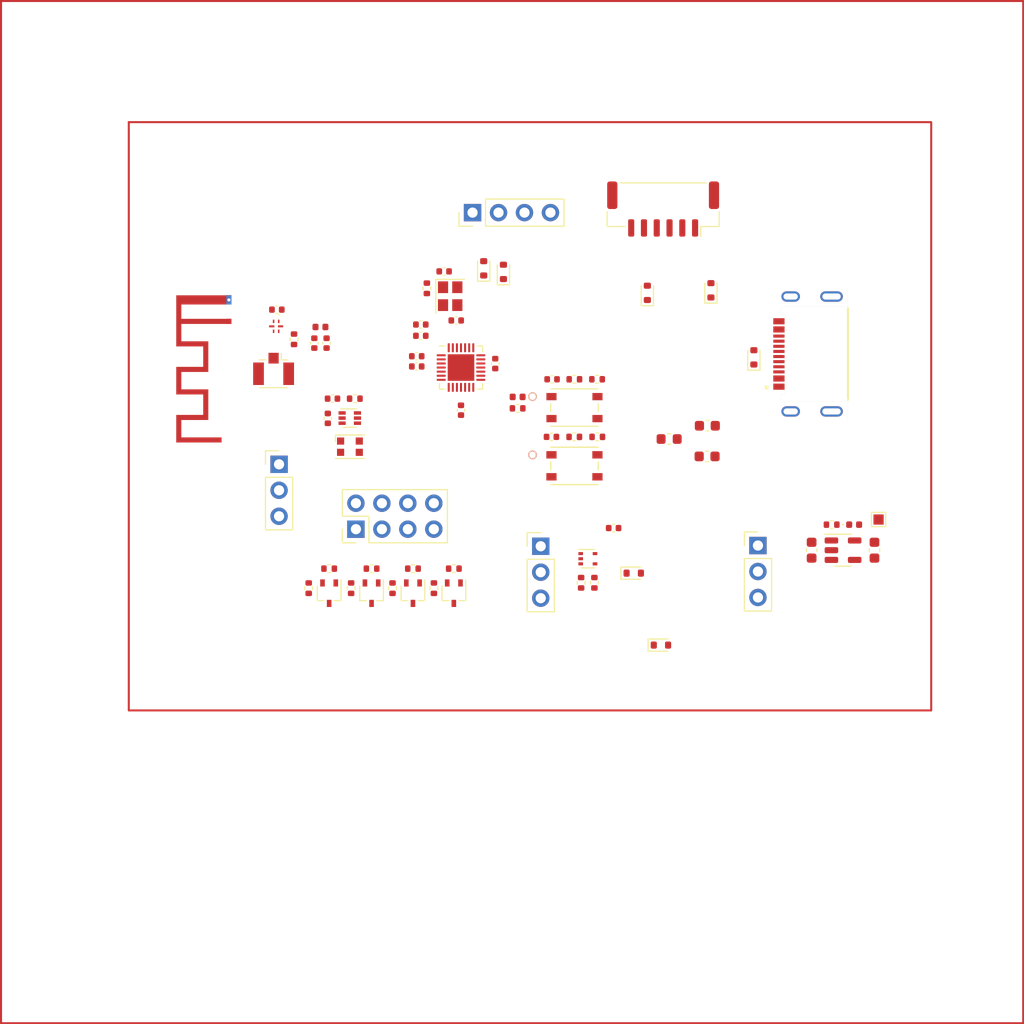
<source format=kicad_pcb>
(kicad_pcb (version 20221018) (generator pcbnew)
  (layers (0 "F.Cu" signal) (31 "B.Cu" signal) (34 "B.Paste" user) (35 "F.Paste" user) (36 "B.SilkS" user "B.Silkscreen") (37 "F.SilkS" user "F.Silkscreen") (38 "B.Mask" user) (39 "F.Mask" user) (44 "Edge.Cuts" user))
  (net 0 "")
  (net 1 "VDD")
  (net 2 "GND")
  (net 3 "/nRST")
  (net 4 "+3V3")
  (net 5 "Net-(C9-Pad2)")
  (net 6 "/XOUT")
  (net 7 "/LNA")
  (net 8 "Net-(U4-RFC)")
  (net 9 "+5V")
  (net 10 "/BOOT")
  (net 11 "/UART0_TX_IO")
  (net 12 "Net-(D2-K)")
  (net 13 "/UART0_RX_IO")
  (net 14 "Net-(D4-DOUT)")
  (net 15 "/Interfaces/NEOPIXEL")
  (net 16 "/UART1_RX_TELEM")
  (net 17 "/UART1_TX_TELEM")
  (net 18 "/Interfaces/SBUS_IN")
  (net 19 "Net-(D8-K)")
  (net 20 "/LED_STATUS")
  (net 21 "Net-(D9-K)")
  (net 22 "Net-(D10-A)")
  (net 25 "/LNA_PCB")
  (net 26 "/LNA_IPEX")
  (net 29 "/USB_DN")
  (net 30 "/USB_DP")
  (net 34 "/MOTOR1")
  (net 35 "/MOTOR2")
  (net 36 "/MOTOR3")
  (net 37 "/MOTOR4")
  (net 38 "Net-(Q1-G)")
  (net 39 "/Drive Circuitry/MOTOR1_LOW")
  (net 40 "Net-(Q2-G)")
  (net 41 "/Drive Circuitry/MOTOR2_LOW")
  (net 42 "Net-(Q3-G)")
  (net 43 "/Drive Circuitry/MOTOR3_LOW")
  (net 44 "Net-(Q4-G)")
  (net 45 "/Drive Circuitry/MOTOR4_LOW")
  (net 46 "Net-(U1-DIR)")
  (net 47 "Net-(R2-Pad2)")
  (net 48 "/XIN")
  (net 49 "Net-(R13-Pad1)")
  (net 50 "/SBUS")
  (net 51 "/RF_SW")
  (net 52 "/NEOPIXEL_3V3")
  (footprint "Capacitor_SMD:C_0402_1005Metric" (layer "F.Cu") (at 92.4 72.32 -90)
    (fp_text reference "C12" hide)
    (fp_text value "3p3")
    (pad "1" smd roundrect (at -0.48 0 270) (size 0.56 0.62) (layers "F.Cu" "F.Paste" "F.Mask") (net 7 "/LNA"))
    (pad "2" smd roundrect (at 0.48 0 270) (size 0.56 0.62) (layers "F.Cu" "F.Paste" "F.Mask") (net 2 "GND"))
  )
  (footprint "Capacitor_SMD:C_0402_1005Metric" (layer "F.Cu") (at 92.52 79.68 90)
    (fp_text reference "C16" hide)
    (fp_text value "0u1")
    (pad "1" smd roundrect (at -0.48 0 90) (size 0.56 0.62) (layers "F.Cu" "F.Paste" "F.Mask") (net 2 "GND"))
    (pad "2" smd roundrect (at 0.48 0 90) (size 0.56 0.62) (layers "F.Cu" "F.Paste" "F.Mask") (net 1 "VDD"))
  )
  (footprint "Skyworks:IC_SKY13453-385LF" (layer "F.Cu") (at 87.465 70.675 -90)
    (fp_text reference "U4" hide)
    (fp_text value "SKY13453-385LF")
    (pad "1" smd rect (at -0.485 -0.25 270) (size 0.33 0.15) (layers "F.Cu" "F.Paste" "F.Mask") (net 4 "+3V3"))
    (pad "2" smd rect (at -0.485 0.25 270) (size 0.33 0.15) (layers "F.Cu" "F.Paste" "F.Mask") (net 25 "/LNA_PCB"))
    (pad "3" smd rect (at 0 0.43 270) (size 0.2 0.51) (layers "F.Cu" "F.Paste" "F.Mask") (net 2 "GND"))
    (pad "4" smd rect (at 0.485 0.25 270) (size 0.33 0.15) (layers "F.Cu" "F.Paste" "F.Mask") (net 26 "/LNA_IPEX"))
    (pad "5" smd rect (at 0.485 -0.25 270) (size 0.33 0.15) (layers "F.Cu" "F.Paste" "F.Mask") (net 51 "/RF_SW"))
    (pad "6" smd rect (at 0 -0.43 270) (size 0.2 0.51) (layers "F.Cu" "F.Paste" "F.Mask") (net 8 "Net-(U4-RFC)"))
  )
  (footprint "Package_TO_SOT_SMD:SOT-563" (layer "F.Cu") (at 94.67 79.65)
    (fp_text reference "U1" hide)
    (fp_text value "SN74LVC1T45DRL")
    (pad "1" smd rect (at -0.75 -0.5) (size 0.7 0.34) (layers "F.Cu" "F.Paste" "F.Mask") (net 1 "VDD"))
    (pad "2" smd rect (at -0.75 0) (size 0.7 0.34) (layers "F.Cu" "F.Paste" "F.Mask") (net 2 "GND"))
    (pad "3" smd rect (at -0.75 0.5) (size 0.7 0.34) (layers "F.Cu" "F.Paste" "F.Mask") (net 15 "/Interfaces/NEOPIXEL"))
    (pad "4" smd rect (at 0.75 0.5) (size 0.7 0.34) (layers "F.Cu" "F.Paste" "F.Mask") (net 52 "/NEOPIXEL_3V3"))
    (pad "5" smd rect (at 0.75 0) (size 0.7 0.34) (layers "F.Cu" "F.Paste" "F.Mask") (net 46 "Net-(U1-DIR)"))
    (pad "6" smd rect (at 0.75 -0.5) (size 0.7 0.34) (layers "F.Cu" "F.Paste" "F.Mask") (net 4 "+3V3"))
  )
  (footprint "Resistor_SMD:R_0402_1005Metric" (layer "F.Cu") (at 98.85 96.29 -90)
    (fp_text reference "R16" hide)
    (fp_text value "10K")
    (pad "1" smd roundrect (at -0.51 0 270) (size 0.54 0.64) (layers "F.Cu" "F.Paste" "F.Mask") (net 42 "Net-(Q3-G)"))
    (pad "2" smd roundrect (at 0.51 0 270) (size 0.54 0.64) (layers "F.Cu" "F.Paste" "F.Mask") (net 2 "GND"))
  )
  (footprint "Diode_SMD:D_SOD-523" (layer "F.Cu") (at 109.7 65.35 90)
    (fp_text reference "D1" hide)
    (fp_text value "PESD3V3S1UB,115")
    (pad "1" smd roundrect (at -0.7 0 270) (size 0.6 0.7) (layers "F.Cu" "F.Paste" "F.Mask") (net 11 "/UART0_TX_IO"))
    (pad "2" smd roundrect (at 0.7 0 270) (size 0.6 0.7) (layers "F.Cu" "F.Paste" "F.Mask") (net 2 "GND"))
  )
  (footprint "Capacitor_SMD:C_0402_1005Metric" (layer "F.Cu") (at 108.9 74.32 90)
    (fp_text reference "C6" hide)
    (fp_text value "0u1")
    (pad "1" smd roundrect (at -0.48 0 90) (size 0.56 0.62) (layers "F.Cu" "F.Paste" "F.Mask") (net 4 "+3V3"))
    (pad "2" smd roundrect (at 0.48 0 90) (size 0.56 0.62) (layers "F.Cu" "F.Paste" "F.Mask") (net 2 "GND"))
  )
  (footprint "TestPoint:TestPoint_Pad_1.0x1.0mm" (layer "F.Cu") (at 146.4 89.575)
    (fp_text reference "TP1" hide)
    (fp_text value "3V3")
    (pad "1" smd rect (at 0 0) (size 1 1) (layers "F.Cu" "F.Mask") (net 4 "+3V3"))
  )
  (footprint "Capacitor_SMD:C_0402_1005Metric" (layer "F.Cu") (at 91.2 72.32 -90)
    (fp_text reference "C13" hide)
    (fp_text value "3p3")
    (pad "1" smd roundrect (at -0.48 0 270) (size 0.56 0.62) (layers "F.Cu" "F.Paste" "F.Mask") (net 8 "Net-(U4-RFC)"))
    (pad "2" smd roundrect (at 0.48 0 270) (size 0.56 0.62) (layers "F.Cu" "F.Paste" "F.Mask") (net 2 "GND"))
  )
  (footprint "Resistor_SMD:R_0402_1005Metric" (layer "F.Cu") (at 100.85 94.38 180)
    (fp_text reference "R15" hide)
    (fp_text value "100")
    (pad "1" smd roundrect (at -0.51 0 180) (size 0.54 0.64) (layers "F.Cu" "F.Paste" "F.Mask") (net 36 "/MOTOR3"))
    (pad "2" smd roundrect (at 0.51 0 180) (size 0.54 0.64) (layers "F.Cu" "F.Paste" "F.Mask") (net 42 "Net-(Q3-G)"))
  )
  (footprint "PTS815:PTS815 SJM 250 SMTR LFS" (layer "F.Cu") (at 116.649999 84.325001)
    (fp_text reference "SW1" hide)
    (fp_text value "SW_Push" hide)
    (pad "1" smd rect (at -2.250001 -1.074999) (size 0.9906 0.7112) (layers "F.Cu" "F.Paste" "F.Mask") (net 2 "GND"))
    (pad "2" smd rect (at 2.250001 -1.074999) (size 0.9906 0.7112) (layers "F.Cu" "F.Paste" "F.Mask") (net 47 "Net-(R2-Pad2)"))
    (pad "3" smd rect (at -2.250001 1.074999) (size 0.9906 0.7112) (layers "F.Cu" "F.Paste" "F.Mask"))
    (pad "4" smd rect (at 2.250001 1.074999) (size 0.9906 0.7112) (layers "F.Cu" "F.Paste" "F.Mask"))
  )
  (footprint "LED_SMD:LED_0402_1005Metric" (layer "F.Cu") (at 144.01 90.075)
    (fp_text reference "D2" hide)
    (fp_text value "GREEN")
    (pad "1" smd roundrect (at -0.485 0) (size 0.59 0.64) (layers "F.Cu" "F.Paste" "F.Mask") (net 12 "Net-(D2-K)"))
    (pad "2" smd roundrect (at 0.485 0) (size 0.59 0.64) (layers "F.Cu" "F.Paste" "F.Mask") (net 4 "+3V3"))
  )
  (footprint "PTS815:PTS815 SJM 250 SMTR LFS" (layer "F.Cu") (at 116.649999 78.625001)
    (fp_text reference "SW2" hide)
    (fp_text value "SW_Push" hide)
    (pad "1" smd rect (at -2.250001 -1.074999) (size 0.9906 0.7112) (layers "F.Cu" "F.Paste" "F.Mask") (net 2 "GND"))
    (pad "2" smd rect (at 2.250001 -1.074999) (size 0.9906 0.7112) (layers "F.Cu" "F.Paste" "F.Mask") (net 49 "Net-(R13-Pad1)"))
    (pad "3" smd rect (at -2.250001 1.074999) (size 0.9906 0.7112) (layers "F.Cu" "F.Paste" "F.Mask"))
    (pad "4" smd rect (at 2.250001 1.074999) (size 0.9906 0.7112) (layers "F.Cu" "F.Paste" "F.Mask"))
  )
  (footprint "Connector_PinHeader_2.54mm:PinHeader_1x04_P2.54mm_Vertical" (layer "F.Cu") (at 106.68 59.55 90)
    (fp_text reference "J1" hide)
    (fp_text value "IO")
    (pad "1" thru_hole rect (at 0 0 90) (size 1.7 1.7) (drill 1) (layers "*.Cu" "*.Mask") (net 4 "+3V3"))
    (pad "2" thru_hole oval (at 0 2.54 90) (size 1.7 1.7) (drill 1) (layers "*.Cu" "*.Mask") (net 13 "/UART0_RX_IO"))
    (pad "3" thru_hole oval (at 0 5.08 90) (size 1.7 1.7) (drill 1) (layers "*.Cu" "*.Mask") (net 11 "/UART0_TX_IO"))
    (pad "4" thru_hole oval (at 0 7.62 90) (size 1.7 1.7) (drill 1) (layers "*.Cu" "*.Mask") (net 2 "GND"))
  )
  (footprint "Diode_SMD:D_SOD-523" (layer "F.Cu") (at 122.45 94.82)
    (fp_text reference "D9" hide)
    (fp_text value "D_Small")
    (pad "1" smd roundrect (at -0.7 0 180) (size 0.6 0.7) (layers "F.Cu" "F.Paste" "F.Mask") (net 21 "Net-(D9-K)"))
    (pad "2" smd roundrect (at 0.7 0 180) (size 0.6 0.7) (layers "F.Cu" "F.Paste" "F.Mask") (net 9 "+5V"))
  )
  (footprint "Connector_PinHeader_2.54mm:PinHeader_1x03_P2.54mm_Vertical" (layer "F.Cu") (at 134.6 92.12)
    (fp_text reference "J3" hide)
    (fp_text value "PWR")
    (pad "1" thru_hole rect (at 0 0) (size 1.7 1.7) (drill 1) (layers "*.Cu" "*.Mask") (net 9 "+5V"))
    (pad "2" thru_hole oval (at 0 2.54) (size 1.7 1.7) (drill 1) (layers "*.Cu" "*.Mask") (net 2 "GND"))
    (pad "3" thru_hole oval (at 0 5.08) (size 1.7 1.7) (drill 1) (layers "*.Cu" "*.Mask") (net 4 "+3V3"))
  )
  (footprint "Package_TO_SOT_SMD:SOT-323_SC-70" (layer "F.Cu") (at 92.65 96.78 -90)
    (fp_text reference "Q1" hide)
    (fp_text value "CJ2302")
    (pad "1" smd rect (at -1 -0.65 180) (size 0.45 0.7) (layers "F.Cu" "F.Paste" "F.Mask") (net 2 "GND"))
    (pad "2" smd rect (at -1 0.65 180) (size 0.45 0.7) (layers "F.Cu" "F.Paste" "F.Mask") (net 38 "Net-(Q1-G)"))
    (pad "3" smd rect (at 1 0 180) (size 0.45 0.7) (layers "F.Cu" "F.Paste" "F.Mask") (net 39 "/Drive Circuitry/MOTOR1_LOW"))
  )
  (footprint "Connector_PinHeader_2.54mm:PinHeader_1x03_P2.54mm_Vertical" (layer "F.Cu") (at 87.75 84.175)
    (fp_text reference "J2" hide)
    (fp_text value "LED")
    (pad "1" thru_hole rect (at 0 0) (size 1.7 1.7) (drill 1) (layers "*.Cu" "*.Mask") (net 14 "Net-(D4-DOUT)"))
    (pad "2" thru_hole oval (at 0 2.54) (size 1.7 1.7) (drill 1) (layers "*.Cu" "*.Mask") (net 4 "+3V3"))
    (pad "3" thru_hole oval (at 0 5.08) (size 1.7 1.7) (drill 1) (layers "*.Cu" "*.Mask") (net 2 "GND"))
  )
  (footprint "Resistor_SMD:R_0402_1005Metric" (layer "F.Cu") (at 89.215 71.94 90)
    (fp_text reference "R11" hide)
    (fp_text value "10K")
    (pad "1" smd roundrect (at -0.51 0 90) (size 0.54 0.64) (layers "F.Cu" "F.Paste" "F.Mask") (net 4 "+3V3"))
    (pad "2" smd roundrect (at 0.51 0 90) (size 0.54 0.64) (layers "F.Cu" "F.Paste" "F.Mask") (net 51 "/RF_SW"))
  )
  (footprint "Resistor_SMD:R_0402_1005Metric" (layer "F.Cu") (at 116.630599 81.489901 180)
    (fp_text reference "R4" hide)
    (fp_text value "10K")
    (pad "1" smd roundrect (at -0.51 0 180) (size 0.54 0.64) (layers "F.Cu" "F.Paste" "F.Mask") (net 47 "Net-(R2-Pad2)"))
    (pad "2" smd roundrect (at 0.51 0 180) (size 0.54 0.64) (layers "F.Cu" "F.Paste" "F.Mask") (net 3 "/nRST"))
  )
  (footprint "Resistor_SMD:R_0402_1005Metric" (layer "F.Cu") (at 116.639999 75.855001)
    (fp_text reference "R7" hide)
    (fp_text value "10K")
    (pad "1" smd roundrect (at -0.51 0) (size 0.54 0.64) (layers "F.Cu" "F.Paste" "F.Mask") (net 4 "+3V3"))
    (pad "2" smd roundrect (at 0.51 0) (size 0.54 0.64) (layers "F.Cu" "F.Paste" "F.Mask") (net 49 "Net-(R13-Pad1)"))
  )
  (footprint "Package_TO_SOT_SMD:SOT-553" (layer "F.Cu") (at 117.96 93.41)
    (fp_text reference "U5" hide)
    (fp_text value "SN74LVC1G14DRL")
    (pad "1" smd rect (at -0.7 -0.5) (size 0.45 0.3) (layers "F.Cu" "F.Paste" "F.Mask"))
    (pad "2" smd rect (at -0.7 0) (size 0.45 0.3) (layers "F.Cu" "F.Paste" "F.Mask") (net 18 "/Interfaces/SBUS_IN"))
    (pad "3" smd rect (at -0.7 0.5) (size 0.45 0.3) (layers "F.Cu" "F.Paste" "F.Mask") (net 2 "GND"))
    (pad "4" smd rect (at 0.7 0.5) (size 0.45 0.3) (layers "F.Cu" "F.Paste" "F.Mask") (net 50 "/SBUS"))
    (pad "5" smd rect (at 0.7 -0.5) (size 0.45 0.3) (layers "F.Cu" "F.Paste" "F.Mask") (net 4 "+3V3"))
  )
  (footprint "Resistor_SMD:R_0402_1005Metric" (layer "F.Cu") (at 92.65 94.38 180)
    (fp_text reference "R3" hide)
    (fp_text value "100")
    (pad "1" smd roundrect (at -0.51 0 180) (size 0.54 0.64) (layers "F.Cu" "F.Paste" "F.Mask") (net 34 "/MOTOR1"))
    (pad "2" smd roundrect (at 0.51 0 180) (size 0.54 0.64) (layers "F.Cu" "F.Paste" "F.Mask") (net 38 "Net-(Q1-G)"))
  )
  (footprint "Capacitor_SMD:C_0402_1005Metric" (layer "F.Cu") (at 101.62 71.6 180)
    (fp_text reference "C8" hide)
    (fp_text value "1u")
    (pad "1" smd roundrect (at -0.48 0 180) (size 0.56 0.62) (layers "F.Cu" "F.Paste" "F.Mask") (net 4 "+3V3"))
    (pad "2" smd roundrect (at 0.48 0 180) (size 0.56 0.62) (layers "F.Cu" "F.Paste" "F.Mask") (net 2 "GND"))
  )
  (footprint "Capacitor_SMD:C_0603_1608Metric" (layer "F.Cu") (at 139.85 92.575 -90)
    (fp_text reference "C1" hide)
    (fp_text value "0u1")
    (pad "1" smd roundrect (at -0.775 0 270) (size 0.9 0.95) (layers "F.Cu" "F.Paste" "F.Mask") (net 1 "VDD"))
    (pad "2" smd roundrect (at 0.775 0 270) (size 0.9 0.95) (layers "F.Cu" "F.Paste" "F.Mask") (net 2 "GND"))
  )
  (footprint "Capacitor_SMD:C_0402_1005Metric" (layer "F.Cu") (at 101.22 74.6 180)
    (fp_text reference "C4" hide)
    (fp_text value "0u1")
    (pad "1" smd roundrect (at -0.48 0 180) (size 0.56 0.62) (layers "F.Cu" "F.Paste" "F.Mask") (net 4 "+3V3"))
    (pad "2" smd roundrect (at 0.48 0 180) (size 0.56 0.62) (layers "F.Cu" "F.Paste" "F.Mask") (net 2 "GND"))
  )
  (footprint "Connector_PinHeader_2.54mm:PinHeader_2x04_P2.54mm_Vertical" (layer "F.Cu") (at 95.27 90.52 90)
    (fp_text reference "J13" hide)
    (fp_text value "Conn_02x04_Odd_Even")
    (pad "1" thru_hole rect (at 0 0 90) (size 1.7 1.7) (drill 1) (layers "*.Cu" "*.Mask") (net 34 "/MOTOR1"))
    (pad "2" thru_hole oval (at 2.54 0 90) (size 1.7 1.7) (drill 1) (layers "*.Cu" "*.Mask") (net 2 "GND"))
    (pad "3" thru_hole oval (at 0 2.54 90) (size 1.7 1.7) (drill 1) (layers "*.Cu" "*.Mask") (net 35 "/MOTOR2"))
    (pad "4" thru_hole oval (at 2.54 2.54 90) (size 1.7 1.7) (drill 1) (layers "*.Cu" "*.Mask") (net 2 "GND"))
    (pad "5" thru_hole oval (at 0 5.08 90) (size 1.7 1.7) (drill 1) (layers "*.Cu" "*.Mask") (net 36 "/MOTOR3"))
    (pad "6" thru_hole oval (at 2.54 5.08 90) (size 1.7 1.7) (drill 1) (layers "*.Cu" "*.Mask") (net 2 "GND"))
    (pad "7" thru_hole oval (at 0 7.62 90) (size 1.7 1.7) (drill 1) (layers "*.Cu" "*.Mask") (net 37 "/MOTOR4"))
    (pad "8" thru_hole oval (at 2.54 7.62 90) (size 1.7 1.7) (drill 1) (layers "*.Cu" "*.Mask") (net 2 "GND"))
  )
  (footprint "Inductor_SMD:L_0603_1608Metric" (layer "F.Cu") (at 125.9125 81.7)
    (fp_text reference "L2" hide)
    (fp_text value "1u")
    (pad "1" smd roundrect (at -0.7875 0) (size 0.875 0.95) (layers "F.Cu" "F.Paste" "F.Mask") (net 9 "+5V"))
    (pad "2" smd roundrect (at 0.7875 0) (size 0.875 0.95) (layers "F.Cu" "F.Paste" "F.Mask") (net 1 "VDD"))
  )
  (footprint "Resistor_SMD:R_0402_1005Metric" (layer "F.Cu") (at 118.859999 75.855001 180)
    (fp_text reference "R13" hide)
    (fp_text value "10K")
    (pad "1" smd roundrect (at -0.51 0 180) (size 0.54 0.64) (layers "F.Cu" "F.Paste" "F.Mask") (net 49 "Net-(R13-Pad1)"))
    (pad "2" smd roundrect (at 0.51 0 180) (size 0.54 0.64) (layers "F.Cu" "F.Paste" "F.Mask") (net 10 "/BOOT"))
  )
  (footprint "Capacitor_SMD:C_0402_1005Metric" (layer "F.Cu") (at 103.9 65.3 180)
    (fp_text reference "C9" hide)
    (fp_text value "10p")
    (pad "1" smd roundrect (at -0.48 0 180) (size 0.56 0.62) (layers "F.Cu" "F.Paste" "F.Mask") (net 2 "GND"))
    (pad "2" smd roundrect (at 0.48 0 180) (size 0.56 0.62) (layers "F.Cu" "F.Paste" "F.Mask") (net 5 "Net-(C9-Pad2)"))
  )
  (footprint "Resistor_SMD:R_0402_1005Metric" (layer "F.Cu") (at 118.6 95.76 -90)
    (fp_text reference "R10" hide)
    (fp_text value "100K")
    (pad "1" smd roundrect (at -0.51 0 270) (size 0.54 0.64) (layers "F.Cu" "F.Paste" "F.Mask") (net 50 "/SBUS"))
    (pad "2" smd roundrect (at 0.51 0 270) (size 0.54 0.64) (layers "F.Cu" "F.Paste" "F.Mask") (net 2 "GND"))
  )
  (footprint "Capacitor_SMD:C_0402_1005Metric" (layer "F.Cu") (at 120.48 90.41)
    (fp_text reference "C17" hide)
    (fp_text value "0u1")
    (pad "1" smd roundrect (at -0.48 0) (size 0.56 0.62) (layers "F.Cu" "F.Paste" "F.Mask") (net 4 "+3V3"))
    (pad "2" smd roundrect (at 0.48 0) (size 0.56 0.62) (layers "F.Cu" "F.Paste" "F.Mask") (net 2 "GND"))
  )
  (footprint "Capacitor_SMD:C_0402_1005Metric" (layer "F.Cu") (at 114.400599 81.489901 180)
    (fp_text reference "C2" hide)
    (fp_text value "0u1")
    (pad "1" smd roundrect (at -0.48 0 180) (size 0.56 0.62) (layers "F.Cu" "F.Paste" "F.Mask") (net 3 "/nRST"))
    (pad "2" smd roundrect (at 0.48 0 180) (size 0.56 0.62) (layers "F.Cu" "F.Paste" "F.Mask") (net 2 "GND"))
  )
  (footprint "Package_TO_SOT_SMD:SOT-323_SC-70" (layer "F.Cu") (at 96.8 96.78 -90)
    (fp_text reference "Q2" hide)
    (fp_text value "CJ2302")
    (pad "1" smd rect (at -1 -0.65 180) (size 0.45 0.7) (layers "F.Cu" "F.Paste" "F.Mask") (net 2 "GND"))
    (pad "2" smd rect (at -1 0.65 180) (size 0.45 0.7) (layers "F.Cu" "F.Paste" "F.Mask") (net 40 "Net-(Q2-G)"))
    (pad "3" smd rect (at 1 0 180) (size 0.45 0.7) (layers "F.Cu" "F.Paste" "F.Mask") (net 41 "/Drive Circuitry/MOTOR2_LOW"))
  )
  (footprint "Capacitor_SMD:C_0603_1608Metric" (layer "F.Cu") (at 129.625 83.4)
    (fp_text reference "C20" hide)
    (fp_text value "4u7")
    (pad "1" smd roundrect (at -0.775 0) (size 0.9 0.95) (layers "F.Cu" "F.Paste" "F.Mask") (net 1 "VDD"))
    (pad "2" smd roundrect (at 0.775 0) (size 0.9 0.95) (layers "F.Cu" "F.Paste" "F.Mask") (net 2 "GND"))
  )
  (footprint "Package_DFN_QFN:QFN-28-1EP_4x4mm_P0.4mm_EP2.6x2.6mm" (layer "F.Cu") (at 105.55 74.7075)
    (fp_text reference "U6" hide)
    (fp_text value "~")
    (pad "1" smd roundrect (at -1.9375 -1.2) (size 0.875 0.2) (layers "F.Cu" "F.Paste" "F.Mask") (net 7 "/LNA"))
    (pad "2" smd roundrect (at -1.9375 -0.8) (size 0.875 0.2) (layers "F.Cu" "F.Paste" "F.Mask") (net 4 "+3V3"))
    (pad "3" smd roundrect (at -1.9375 -0.4) (size 0.875 0.2) (layers "F.Cu" "F.Paste" "F.Mask") (net 4 "+3V3"))
    (pad "4" smd roundrect (at -1.9375 0) (size 0.875 0.2) (layers "F.Cu" "F.Paste" "F.Mask") (net 51 "/RF_SW"))
    (pad "5" smd roundrect (at -1.9375 0.4) (size 0.875 0.2) (layers "F.Cu" "F.Paste" "F.Mask") (net 17 "/UART1_TX_TELEM"))
    (pad "6" smd roundrect (at -1.9375 0.8) (size 0.875 0.2) (layers "F.Cu" "F.Paste" "F.Mask") (net 16 "/UART1_RX_TELEM"))
    (pad "7" smd roundrect (at -1.9375 1.2) (size 0.875 0.2) (layers "F.Cu" "F.Paste" "F.Mask") (net 3 "/nRST"))
    (pad "8" smd roundrect (at -1.2 1.9375) (size 0.2 0.875) (layers "F.Cu" "F.Paste" "F.Mask") (net 52 "/NEOPIXEL_3V3"))
    (pad "9" smd roundrect (at -0.8 1.9375) (size 0.2 0.875) (layers "F.Cu" "F.Paste" "F.Mask") (net 34 "/MOTOR1"))
    (pad "10" smd roundrect (at -0.4 1.9375) (size 0.2 0.875) (layers "F.Cu" "F.Paste" "F.Mask") (net 35 "/MOTOR2"))
    (pad "11" smd roundrect (at 0 1.9375) (size 0.2 0.875) (layers "F.Cu" "F.Paste" "F.Mask") (net 4 "+3V3"))
    (pad "12" smd roundrect (at 0.4 1.9375) (size 0.2 0.875) (layers "F.Cu" "F.Paste" "F.Mask") (net 36 "/MOTOR3"))
    (pad "13" smd roundrect (at 0.8 1.9375) (size 0.2 0.875) (layers "F.Cu" "F.Paste" "F.Mask") (net 37 "/MOTOR4"))
    (pad "14" smd roundrect (at 1.2 1.9375) (size 0.2 0.875) (layers "F.Cu" "F.Paste" "F.Mask") (net 50 "/SBUS"))
    (pad "15" smd roundrect (at 1.9375 1.2) (size 0.875 0.2) (layers "F.Cu" "F.Paste" "F.Mask") (net 10 "/BOOT"))
    (pad "16" smd roundrect (at 1.9375 0.8) (size 0.875 0.2) (layers "F.Cu" "F.Paste" "F.Mask") (net 20 "/LED_STATUS"))
    (pad "17" smd roundrect (at 1.9375 0.4) (size 0.875 0.2) (layers "F.Cu" "F.Paste" "F.Mask") (net 4 "+3V3"))
    (pad "18" smd roundrect (at 1.9375 0) (size 0.875 0.2) (layers "F.Cu" "F.Paste" "F.Mask"))
    (pad "19" smd roundrect (at 1.9375 -0.4) (size 0.875 0.2) (layers "F.Cu" "F.Paste" "F.Mask"))
    (pad "20" smd roundrect (at 1.9375 -0.8) (size 0.875 0.2) (layers "F.Cu" "F.Paste" "F.Mask"))
    (pad "21" smd roundrect (at 1.9375 -1.2) (size 0.875 0.2) (layers "F.Cu" "F.Paste" "F.Mask") (net 29 "/USB_DN"))
    (pad "22" smd roundrect (at 1.2 -1.9375) (size 0.2 0.875) (layers "F.Cu" "F.Paste" "F.Mask") (net 30 "/USB_DP"))
    (pad "23" smd roundrect (at 0.8 -1.9375) (size 0.2 0.875) (layers "F.Cu" "F.Paste" "F.Mask") (net 13 "/UART0_RX_IO"))
    (pad "24" smd roundrect (at 0.4 -1.9375) (size 0.2 0.875) (layers "F.Cu" "F.Paste" "F.Mask") (net 11 "/UART0_TX_IO"))
    (pad "25" smd roundrect (at 0 -1.9375) (size 0.2 0.875) (layers "F.Cu" "F.Paste" "F.Mask") (net 6 "/XOUT"))
    (pad "26" smd roundrect (at -0.4 -1.9375) (size 0.2 0.875) (layers "F.Cu" "F.Paste" "F.Mask") (net 48 "/XIN"))
    (pad "27" smd roundrect (at -0.8 -1.9375) (size 0.2 0.875) (layers "F.Cu" "F.Paste" "F.Mask") (net 4 "+3V3"))
    (pad "28" smd roundrect (at -1.2 -1.9375) (size 0.2 0.875) (layers "F.Cu" "F.Paste" "F.Mask") (net 4 "+3V3"))
    (pad "29" smd rect (at 0 0) (size 2.6 2.6) (layers "F.Cu" "F.Mask") (net 2 "GND"))
  )
  (footprint "Resistor_SMD:R_0402_1005Metric" (layer "F.Cu") (at 102.21 66.955 90)
    (fp_text reference "R6" hide)
    (fp_text value "22")
    (pad "1" smd roundrect (at -0.51 0 90) (size 0.54 0.64) (layers "F.Cu" "F.Paste" "F.Mask") (net 48 "/XIN"))
    (pad "2" smd roundrect (at 0.51 0 90) (size 0.54 0.64) (layers "F.Cu" "F.Paste" "F.Mask") (net 5 "Net-(C9-Pad2)"))
  )
  (footprint "Resistor_SMD:R_0402_1005Metric" (layer "F.Cu") (at 118.880599 81.489901)
    (fp_text reference "R2" hide)
    (fp_text value "10K")
    (pad "1" smd roundrect (at -0.51 0) (size 0.54 0.64) (layers "F.Cu" "F.Paste" "F.Mask") (net 4 "+3V3"))
    (pad "2" smd roundrect (at 0.51 0) (size 0.54 0.64) (layers "F.Cu" "F.Paste" "F.Mask") (net 47 "Net-(R2-Pad2)"))
  )
  (footprint "Diode_SMD:D_SOD-523" (layer "F.Cu") (at 107.77 65 90)
    (fp_text reference "D3" hide)
    (fp_text value "PESD3V3S1UB,115")
    (pad "1" smd roundrect (at -0.7 0 270) (size 0.6 0.7) (layers "F.Cu" "F.Paste" "F.Mask") (net 13 "/UART0_RX_IO"))
    (pad "2" smd roundrect (at 0.7 0 270) (size 0.6 0.7) (layers "F.Cu" "F.Paste" "F.Mask") (net 2 "GND"))
  )
  (footprint "Diode_SMD:D_SOD-523" (layer "F.Cu") (at 130 67.15 90)
    (fp_text reference "D5" hide)
    (fp_text value "PESD3V3S1UB,115")
    (pad "1" smd roundrect (at -0.7 0 270) (size 0.6 0.7) (layers "F.Cu" "F.Paste" "F.Mask") (net 16 "/UART1_RX_TELEM"))
    (pad "2" smd roundrect (at 0.7 0 270) (size 0.6 0.7) (layers "F.Cu" "F.Paste" "F.Mask") (net 2 "GND"))
  )
  (footprint "Diode_SMD:D_SOD-523" (layer "F.Cu") (at 123.78 67.4 90)
    (fp_text reference "D6" hide)
    (fp_text value "PESD3V3S1UB,115")
    (pad "1" smd roundrect (at -0.7 0 270) (size 0.6 0.7) (layers "F.Cu" "F.Paste" "F.Mask") (net 17 "/UART1_TX_TELEM"))
    (pad "2" smd roundrect (at 0.7 0 270) (size 0.6 0.7) (layers "F.Cu" "F.Paste" "F.Mask") (net 2 "GND"))
  )
  (footprint "Capacitor_SMD:C_0402_1005Metric" (layer "F.Cu") (at 101.62 70.5 180)
    (fp_text reference "C10" hide)
    (fp_text value "10n")
    (pad "1" smd roundrect (at -0.48 0 180) (size 0.56 0.62) (layers "F.Cu" "F.Paste" "F.Mask") (net 4 "+3V3"))
    (pad "2" smd roundrect (at 0.48 0 180) (size 0.56 0.62) (layers "F.Cu" "F.Paste" "F.Mask") (net 2 "GND"))
  )
  (footprint "Resistor_SMD:R_0402_1005Metric" (layer "F.Cu") (at 141.81 90.075 180)
    (fp_text reference "R5" hide)
    (fp_text value "1K5")
    (pad "1" smd roundrect (at -0.51 0 180) (size 0.54 0.64) (layers "F.Cu" "F.Paste" "F.Mask") (net 12 "Net-(D2-K)"))
    (pad "2" smd roundrect (at 0.51 0 180) (size 0.54 0.64) (layers "F.Cu" "F.Paste" "F.Mask") (net 2 "GND"))
  )
  (footprint "Resistor_SMD:R_0402_1005Metric" (layer "F.Cu") (at 117.3 95.76 90)
    (fp_text reference "R9" hide)
    (fp_text value "0")
    (pad "1" smd roundrect (at -0.51 0 90) (size 0.54 0.64) (layers "F.Cu" "F.Paste" "F.Mask") (net 18 "/Interfaces/SBUS_IN"))
    (pad "2" smd roundrect (at 0.51 0 90) (size 0.54 0.64) (layers "F.Cu" "F.Paste" "F.Mask") (net 50 "/SBUS"))
  )
  (footprint "RF_Antenna:Texas_SWRA117D_2.4GHz_Left" (layer "F.Cu") (at 82.84 70.19 90)
    (fp_text reference "J5" hide)
    (fp_text value "PCB_Antenna")
    (fp_poly (pts (xy -2.45 -2.51) (xy -4.45 -2.51) (xy -4.45 -5.15) (xy -7.15 -5.15) (xy -7.15 -2.51) (xy -9.15 -2.51) (xy -9.15 -5.15) (xy -11.85 -5.15) (xy -11.85 -0.71) (xy -11.35 -0.71) (xy -11.35 -4.65) (xy -9.65 -4.65) (xy -9.65 -2.01) (xy -6.65 -2.01) (xy -6.65 -4.65) (xy -4.95 -4.65) (xy -4.95 -2.01) (xy -1.95 -2.01) (xy -1.95 -4.65) (xy -0.25 -4.65) (xy -0.25 0.25) (xy 0.25 0.25) (xy 0.25 -4.65) (xy 1.65 -4.65) (xy 1.65 0.25) (xy 2.55 0.25) (xy 2.55 0.006785) (xy 2.247583 0.006785) (xy 2.237742 0.054395) (xy 2.213674 0.096797) (xy 2.175731 0.129581) (xy 2.167819 0.133935) (xy 2.125156 0.146043) (xy 2.076637 0.1453) (xy 2.031122 0.1324) (xy 2.012511 0.121787) (xy 1.978868 0.086553) (xy 1.958309 0.041368) (xy 1.951778 -0.008158) (xy 1.960218 -0.056417) (xy 1.977112 -0.088643) (xy 2.012372 -0.121313) (xy 2.057682 -0.141408) (xy 2.107267 -0.147982) (xy 2.155353 -0.140092) (xy 2.188245 -0.123186) (xy 2.223185 -0.086416) (xy 2.242847 -0.041622) (xy 2.247583 0.006785) (xy 2.55 0.006785) (xy 2.55 -5.15) (xy -2.45 -5.15) (xy -2.45 -2.51)) (fill solid) (layer "F.Cu"))
    (pad "1" connect rect (at 0 0 90) (size 0.5 0.5) (layers "F.Cu") (net 25 "/LNA_PCB"))
    (pad "2" thru_hole rect (at 2.1 0 90) (size 0.9 0.5) (drill 0.3) (layers "*.Cu") (net 2 "GND"))
  )
  (footprint "Resistor_SMD:R_0402_1005Metric" (layer "F.Cu") (at 90.65 96.29 -90)
    (fp_text reference "R8" hide)
    (fp_text value "10K")
    (pad "1" smd roundrect (at -0.51 0 270) (size 0.54 0.64) (layers "F.Cu" "F.Paste" "F.Mask") (net 38 "Net-(Q1-G)"))
    (pad "2" smd roundrect (at 0.51 0 270) (size 0.54 0.64) (layers "F.Cu" "F.Paste" "F.Mask") (net 2 "GND"))
  )
  (footprint "Capacitor_SMD:C_0402_1005Metric" (layer "F.Cu") (at 87.535 69.04 180)
    (fp_text reference "C15" hide)
    (fp_text value "10n")
    (pad "1" smd roundrect (at -0.48 0 180) (size 0.56 0.62) (layers "F.Cu" "F.Paste" "F.Mask") (net 4 "+3V3"))
    (pad "2" smd roundrect (at 0.48 0 180) (size 0.56 0.62) (layers "F.Cu" "F.Paste" "F.Mask") (net 2 "GND"))
  )
  (footprint "Capacitor_SMD:C_0402_1005Metric" (layer "F.Cu") (at 101.22 73.6 180)
    (fp_text reference "C5" hide)
    (fp_text value "0u1")
    (pad "1" smd roundrect (at -0.48 0 180) (size 0.56 0.62) (layers "F.Cu" "F.Paste" "F.Mask") (net 4 "+3V3"))
    (pad "2" smd roundrect (at 0.48 0 180) (size 0.56 0.62) (layers "F.Cu" "F.Paste" "F.Mask") (net 2 "GND"))
  )
  (footprint "PTS815:PTS815 SJM 250 SMTR LFS" (layer "F.Cu") (at 116.649999 84.325001)
    (fp_text reference "SW1" hide)
    (fp_text value "SW_Push" hide)
    (pad "1" smd rect (at -2.250001 -1.074999) (size 0.9906 0.7112) (layers "F.Cu" "F.Paste" "F.Mask") (net 2 "GND"))
    (pad "2" smd rect (at 2.250001 -1.074999) (size 0.9906 0.7112) (layers "F.Cu" "F.Paste" "F.Mask") (net 47 "Net-(R2-Pad2)"))
    (pad "3" smd rect (at -2.250001 1.074999) (size 0.9906 0.7112) (layers "F.Cu" "F.Paste" "F.Mask"))
    (pad "4" smd rect (at 2.250001 1.074999) (size 0.9906 0.7112) (layers "F.Cu" "F.Paste" "F.Mask"))
  )
  (footprint "Capacitor_SMD:C_0402_1005Metric" (layer "F.Cu") (at 105.55 78.88 -90)
    (fp_text reference "C7" hide)
    (fp_text value "0u1")
    (pad "1" smd roundrect (at -0.48 0 270) (size 0.56 0.62) (layers "F.Cu" "F.Paste" "F.Mask") (net 4 "+3V3"))
    (pad "2" smd roundrect (at 0.48 0 270) (size 0.56 0.62) (layers "F.Cu" "F.Paste" "F.Mask") (net 2 "GND"))
  )
  (footprint "Package_TO_SOT_SMD:SOT-323_SC-70" (layer "F.Cu") (at 100.85 96.78 -90)
    (fp_text reference "Q3" hide)
    (fp_text value "CJ2302")
    (pad "1" smd rect (at -1 -0.65 180) (size 0.45 0.7) (layers "F.Cu" "F.Paste" "F.Mask") (net 2 "GND"))
    (pad "2" smd rect (at -1 0.65 180) (size 0.45 0.7) (layers "F.Cu" "F.Paste" "F.Mask") (net 42 "Net-(Q3-G)"))
    (pad "3" smd rect (at 1 0 180) (size 0.45 0.7) (layers "F.Cu" "F.Paste" "F.Mask") (net 43 "/Drive Circuitry/MOTOR3_LOW"))
  )
  (footprint "Connector_Coaxial:U.FL_Hirose_U.FL-R-SMT-1_Vertical" (layer "F.Cu") (at 87.215 74.84 -90)
    (fp_text reference "J6" hide)
    (fp_text value "U.FL")
    (pad "1" smd rect (at -1.05 0 270) (size 1.05 1) (layers "F.Cu" "F.Paste" "F.Mask") (net 26 "/LNA_IPEX"))
    (pad "2" smd rect (at 0.475 -1.475 270) (size 2.2 1.05) (layers "F.Cu" "F.Paste" "F.Mask") (net 2 "GND"))
    (pad "2" smd rect (at 0.475 1.475 270) (size 2.2 1.05) (layers "F.Cu" "F.Paste" "F.Mask") (net 2 "GND"))
  )
  (footprint "Capacitor_SMD:C_0603_1608Metric" (layer "F.Cu") (at 129.65 80.4)
    (fp_text reference "C18" hide)
    (fp_text value "4u7")
    (pad "1" smd roundrect (at -0.775 0) (size 0.9 0.95) (layers "F.Cu" "F.Paste" "F.Mask") (net 9 "+5V"))
    (pad "2" smd roundrect (at 0.775 0) (size 0.9 0.95) (layers "F.Cu" "F.Paste" "F.Mask") (net 2 "GND"))
  )
  (footprint "Package_TO_SOT_SMD:SOT-323_SC-70" (layer "F.Cu") (at 104.85 96.78 -90)
    (fp_text reference "Q4" hide)
    (fp_text value "CJ2302")
    (pad "1" smd rect (at -1 -0.65 180) (size 0.45 0.7) (layers "F.Cu" "F.Paste" "F.Mask") (net 2 "GND"))
    (pad "2" smd rect (at -1 0.65 180) (size 0.45 0.7) (layers "F.Cu" "F.Paste" "F.Mask") (net 44 "Net-(Q4-G)"))
    (pad "3" smd rect (at 1 0 180) (size 0.45 0.7) (layers "F.Cu" "F.Paste" "F.Mask") (net 45 "/Drive Circuitry/MOTOR4_LOW"))
  )
  (footprint "Resistor_SMD:R_0402_1005Metric" (layer "F.Cu") (at 102.9 96.29 -90)
    (fp_text reference "R18" hide)
    (fp_text value "10K")
    (pad "1" smd roundrect (at -0.51 0 270) (size 0.54 0.64) (layers "F.Cu" "F.Paste" "F.Mask") (net 44 "Net-(Q4-G)"))
    (pad "2" smd roundrect (at 0.51 0 270) (size 0.54 0.64) (layers "F.Cu" "F.Paste" "F.Mask") (net 2 "GND"))
  )
  (footprint "Resistor_SMD:R_0402_1005Metric" (layer "F.Cu") (at 104.85 94.38 180)
    (fp_text reference "R17" hide)
    (fp_text value "100")
    (pad "1" smd roundrect (at -0.51 0 180) (size 0.54 0.64) (layers "F.Cu" "F.Paste" "F.Mask") (net 37 "/MOTOR4"))
    (pad "2" smd roundrect (at 0.51 0 180) (size 0.54 0.64) (layers "F.Cu" "F.Paste" "F.Mask") (net 44 "Net-(Q4-G)"))
  )
  (footprint "LED_SMD:LED_WS2812B-2020_PLCC4_2.0x2.0mm" (layer "F.Cu") (at 94.685 82.45)
    (fp_text reference "D4" hide)
    (fp_text value "WS2812B")
    (pad "1" smd rect (at -0.915 -0.55) (size 0.7 0.7) (layers "F.Cu" "F.Paste" "F.Mask") (net 1 "VDD"))
    (pad "2" smd rect (at -0.915 0.55) (size 0.7 0.7) (layers "F.Cu" "F.Paste" "F.Mask") (net 14 "Net-(D4-DOUT)"))
    (pad "3" smd rect (at 0.915 0.55) (size 0.7 0.7) (layers "F.Cu" "F.Paste" "F.Mask") (net 2 "GND"))
    (pad "4" smd rect (at 0.915 -0.55) (size 0.7 0.7) (layers "F.Cu" "F.Paste" "F.Mask") (net 15 "/Interfaces/NEOPIXEL"))
  )
  (footprint "LED_SMD:LED_0402_1005Metric" (layer "F.Cu") (at 111.09 77.58 180)
    (fp_text reference "D8" hide)
    (fp_text value "LED")
    (pad "1" smd roundrect (at -0.485 0 180) (size 0.59 0.64) (layers "F.Cu" "F.Paste" "F.Mask") (net 19 "Net-(D8-K)"))
    (pad "2" smd roundrect (at 0.485 0 180) (size 0.59 0.64) (layers "F.Cu" "F.Paste" "F.Mask") (net 20 "/LED_STATUS"))
  )
  (footprint "Capacitor_SMD:C_0402_1005Metric" (layer "F.Cu") (at 114.459999 75.855001)
    (fp_text reference "C19" hide)
    (fp_text value "0u1")
    (pad "1" smd roundrect (at -0.48 0) (size 0.56 0.62) (layers "F.Cu" "F.Paste" "F.Mask") (net 10 "/BOOT"))
    (pad "2" smd roundrect (at 0.48 0) (size 0.56 0.62) (layers "F.Cu" "F.Paste" "F.Mask") (net 2 "GND"))
  )
  (footprint "Resistor_SMD:R_0402_1005Metric" (layer "F.Cu") (at 111.09 78.7)
    (fp_text reference "R19" hide)
    (fp_text value "1K5")
    (pad "1" smd roundrect (at -0.51 0) (size 0.54 0.64) (layers "F.Cu" "F.Paste" "F.Mask") (net 19 "Net-(D8-K)"))
    (pad "2" smd roundrect (at 0.51 0) (size 0.54 0.64) (layers "F.Cu" "F.Paste" "F.Mask") (net 2 "GND"))
  )
  (footprint "Connector_PinHeader_2.54mm:PinHeader_1x03_P2.54mm_Vertical" (layer "F.Cu") (at 113.35 92.19)
    (fp_text reference "J8" hide)
    (fp_text value "SBUS")
    (pad "1" thru_hole rect (at 0 0) (size 1.7 1.7) (drill 1) (layers "*.Cu" "*.Mask") (net 18 "/Interfaces/SBUS_IN"))
    (pad "2" thru_hole oval (at 0 2.54) (size 1.7 1.7) (drill 1) (layers "*.Cu" "*.Mask") (net 21 "Net-(D9-K)"))
    (pad "3" thru_hole oval (at 0 5.08) (size 1.7 1.7) (drill 1) (layers "*.Cu" "*.Mask") (net 2 "GND"))
  )
  (footprint "Resistor_SMD:R_0402_1005Metric" (layer "F.Cu") (at 95.16 77.75)
    (fp_text reference "R1" hide)
    (fp_text value "10K")
    (pad "1" smd roundrect (at -0.51 0) (size 0.54 0.64) (layers "F.Cu" "F.Paste" "F.Mask") (net 2 "GND"))
    (pad "2" smd roundrect (at 0.51 0) (size 0.54 0.64) (layers "F.Cu" "F.Paste" "F.Mask") (net 46 "Net-(U1-DIR)"))
  )
  (footprint "Capacitor_SMD:C_0402_1005Metric" (layer "F.Cu") (at 92.98 77.75 180)
    (fp_text reference "C14" hide)
    (fp_text value "0u1")
    (pad "1" smd roundrect (at -0.48 0 180) (size 0.56 0.62) (layers "F.Cu" "F.Paste" "F.Mask") (net 2 "GND"))
    (pad "2" smd roundrect (at 0.48 0 180) (size 0.56 0.62) (layers "F.Cu" "F.Paste" "F.Mask") (net 4 "+3V3"))
  )
  (footprint "USB4510:GCT_USB4510-03-1-A_REVA" (layer "F.Cu") (at 141.8 73.38 90)
    (fp_text reference "J10" hide)
    (fp_text value "USB_C_Receptacle_USB2.0")
    (fp_poly (pts (xy -5.62 -3.1) (xy -5.646 -3.101) (xy -5.672 -3.103) (xy -5.698 -3.106) (xy -5.724 -3.111) (xy -5.749 -3.117) (xy -5.775 -3.124) (xy -5.799 -3.133) (xy -5.823 -3.143) (xy -5.847 -3.154) (xy -5.87 -3.167) (xy -5.892 -3.181) (xy -5.914 -3.195) (xy -5.935 -3.211) (xy -5.955 -3.228) (xy -5.974 -3.246) (xy -5.992 -3.265) (xy -6.009 -3.285) (xy -6.025 -3.306) (xy -6.039 -3.328) (xy -6.053 -3.35) (xy -6.066 -3.373) (xy -6.077 -3.397) (xy -6.087 -3.421) (xy -6.096 -3.445) (xy -6.103 -3.471) (xy -6.109 -3.496) (xy -6.114 -3.522) (xy -6.117 -3.548) (xy -6.119 -3.574) (xy -6.12 -3.6) (xy -6.12 -4.4) (xy -6.119 -4.426) (xy -6.117 -4.452) (xy -6.114 -4.478) (xy -6.109 -4.504) (xy -6.103 -4.529) (xy -6.096 -4.555) (xy -6.087 -4.579) (xy -6.077 -4.603) (xy -6.066 -4.627) (xy -6.053 -4.65) (xy -6.039 -4.672) (xy -6.025 -4.694) (xy -6.009 -4.715) (xy -5.992 -4.735) (xy -5.974 -4.754) (xy -5.955 -4.772) (xy -5.935 -4.789) (xy -5.914 -4.805) (xy -5.892 -4.819) (xy -5.87 -4.833) (xy -5.847 -4.846) (xy -5.823 -4.857) (xy -5.799 -4.867) (xy -5.775 -4.876) (xy -5.749 -4.883) (xy -5.724 -4.889) (xy -5.698 -4.894) (xy -5.672 -4.897) (xy -5.646 -4.899) (xy -5.62 -4.9) (xy -5.594 -4.899) (xy -5.568 -4.897) (xy -5.542 -4.894) (xy -5.516 -4.889) (xy -5.491 -4.883) (xy -5.465 -4.876) (xy -5.441 -4.867) (xy -5.417 -4.857) (xy -5.393 -4.846) (xy -5.37 -4.833) (xy -5.348 -4.819) (xy -5.326 -4.805) (xy -5.305 -4.789) (xy -5.285 -4.772) (xy -5.266 -4.754) (xy -5.248 -4.735) (xy -5.231 -4.715) (xy -5.215 -4.694) (xy -5.201 -4.672) (xy -5.187 -4.65) (xy -5.174 -4.627) (xy -5.163 -4.603) (xy -5.153 -4.579) (xy -5.144 -4.555) (xy -5.137 -4.529) (xy -5.131 -4.504) (xy -5.126 -4.478) (xy -5.123 -4.452) (xy -5.121 -4.426) (xy -5.12 -4.4) (xy -5.12 -3.6) (xy -5.121 -3.574) (xy -5.123 -3.548) (xy -5.126 -3.522) (xy -5.131 -3.496) (xy -5.137 -3.471) (xy -5.144 -3.445) (xy -5.153 -3.421) (xy -5.163 -3.397) (xy -5.174 -3.373) (xy -5.187 -3.35) (xy -5.201 -3.328) (xy -5.215 -3.306) (xy -5.231 -3.285) (xy -5.248 -3.265) (xy -5.266 -3.246) (xy -5.285 -3.228) (xy -5.305 -3.211) (xy -5.326 -3.195) (xy -5.348 -3.181) (xy -5.37 -3.167) (xy -5.393 -3.154) (xy -5.417 -3.143) (xy -5.441 -3.133) (xy -5.465 -3.124) (xy -5.491 -3.117) (xy -5.516 -3.111) (xy -5.542 -3.106) (xy -5.568 -3.103) (xy -5.594 -3.101) (xy -5.62 -3.1)) (stroke (width 0.01)) (fill solid) (layer "F.Cu"))
    (fp_poly (pts (xy -5.62 1.1) (xy -5.646 1.099) (xy -5.672 1.097) (xy -5.698 1.094) (xy -5.724 1.089) (xy -5.749 1.083) (xy -5.775 1.076) (xy -5.799 1.067) (xy -5.823 1.057) (xy -5.847 1.046) (xy -5.87 1.033) (xy -5.892 1.019) (xy -5.914 1.005) (xy -5.935 0.989) (xy -5.955 0.972) (xy -5.974 0.954) (xy -5.992 0.935) (xy -6.009 0.915) (xy -6.025 0.894) (xy -6.039 0.872) (xy -6.053 0.85) (xy -6.066 0.827) (xy -6.077 0.803) (xy -6.087 0.779) (xy -6.096 0.755) (xy -6.103 0.729) (xy -6.109 0.704) (xy -6.114 0.678) (xy -6.117 0.652) (xy -6.119 0.626) (xy -6.12 0.6) (xy -6.12 -0.6) (xy -6.119 -0.626) (xy -6.117 -0.652) (xy -6.114 -0.678) (xy -6.109 -0.704) (xy -6.103 -0.729) (xy -6.096 -0.755) (xy -6.087 -0.779) (xy -6.077 -0.803) (xy -6.066 -0.827) (xy -6.053 -0.85) (xy -6.039 -0.872) (xy -6.025 -0.894) (xy -6.009 -0.915) (xy -5.992 -0.935) (xy -5.974 -0.954) (xy -5.955 -0.972) (xy -5.935 -0.989) (xy -5.914 -1.005) (xy -5.892 -1.019) (xy -5.87 -1.033) (xy -5.847 -1.046) (xy -5.823 -1.057) (xy -5.799 -1.067) (xy -5.775 -1.076) (xy -5.749 -1.083) (xy -5.724 -1.089) (xy -5.698 -1.094) (xy -5.672 -1.097) (xy -5.646 -1.099) (xy -5.62 -1.1) (xy -5.594 -1.099) (xy -5.568 -1.097) (xy -5.542 -1.094) (xy -5.516 -1.089) (xy -5.491 -1.083) (xy -5.465 -1.076) (xy -5.441 -1.067) (xy -5.417 -1.057) (xy -5.393 -1.046) (xy -5.37 -1.033) (xy -5.348 -1.019) (xy -5.326 -1.005) (xy -5.305 -0.989) (xy -5.285 -0.972) (xy -5.266 -0.954) (xy -5.248 -0.935) (xy -5.231 -0.915) (xy -5.215 -0.894) (xy -5.201 -0.872) (xy -5.187 -0.85) (xy -5.174 -0.827) (xy -5.163 -0.803) (xy -5.153 -0.779) (xy -5.144 -0.755) (xy -5.137 -0.729) (xy -5.131 -0.704) (xy -5.126 -0.678) (xy -5.123 -0.652) (xy -5.121 -0.626) (xy -5.12 -0.6) (xy -5.12 0.6) (xy -5.121 0.626) (xy -5.123 0.652) (xy -5.126 0.678) (xy -5.131 0.704) (xy -5.137 0.729) (xy -5.144 0.755) (xy -5.153 0.779) (xy -5.163 0.803) (xy -5.174 0.827) (xy -5.187 0.85) (xy -5.201 0.872) (xy -5.215 0.894) (xy -5.231 0.915) (xy -5.248 0.935) (xy -5.266 0.954) (xy -5.285 0.972) (xy -5.305 0.989) (xy -5.326 1.005) (xy -5.348 1.019) (xy -5.37 1.033) (xy -5.393 1.046) (xy -5.417 1.057) (xy -5.441 1.067) (xy -5.465 1.076) (xy -5.491 1.083) (xy -5.516 1.089) (xy -5.542 1.094) (xy -5.568 1.097) (xy -5.594 1.099) (xy -5.62 1.1)) (stroke (width 0.01)) (fill solid) (layer "F.Cu"))
    (fp_poly (pts (xy 5.62 -3.1) (xy 5.594 -3.101) (xy 5.568 -3.103) (xy 5.542 -3.106) (xy 5.516 -3.111) (xy 5.491 -3.117) (xy 5.465 -3.124) (xy 5.441 -3.133) (xy 5.417 -3.143) (xy 5.393 -3.154) (xy 5.37 -3.167) (xy 5.348 -3.181) (xy 5.326 -3.195) (xy 5.305 -3.211) (xy 5.285 -3.228) (xy 5.266 -3.246) (xy 5.248 -3.265) (xy 5.231 -3.285) (xy 5.215 -3.306) (xy 5.201 -3.328) (xy 5.187 -3.35) (xy 5.174 -3.373) (xy 5.163 -3.397) (xy 5.153 -3.421) (xy 5.144 -3.445) (xy 5.137 -3.471) (xy 5.131 -3.496) (xy 5.126 -3.522) (xy 5.123 -3.548) (xy 5.121 -3.574) (xy 5.12 -3.6) (xy 5.12 -4.4) (xy 5.121 -4.426) (xy 5.123 -4.452) (xy 5.126 -4.478) (xy 5.131 -4.504) (xy 5.137 -4.529) (xy 5.144 -4.555) (xy 5.153 -4.579) (xy 5.163 -4.603) (xy 5.174 -4.627) (xy 5.187 -4.65) (xy 5.201 -4.672) (xy 5.215 -4.694) (xy 5.231 -4.715) (xy 5.248 -4.735) (xy 5.266 -4.754) (xy 5.285 -4.772) (xy 5.305 -4.789) (xy 5.326 -4.805) (xy 5.348 -4.819) (xy 5.37 -4.833) (xy 5.393 -4.846) (xy 5.417 -4.857) (xy 5.441 -4.867) (xy 5.465 -4.876) (xy 5.491 -4.883) (xy 5.516 -4.889) (xy 5.542 -4.894) (xy 5.568 -4.897) (xy 5.594 -4.899) (xy 5.62 -4.9) (xy 5.646 -4.899) (xy 5.672 -4.897) (xy 5.698 -4.894) (xy 5.724 -4.889) (xy 5.749 -4.883) (xy 5.775 -4.876) (xy 5.799 -4.867) (xy 5.823 -4.857) (xy 5.847 -4.846) (xy 5.87 -4.833) (xy 5.892 -4.819) (xy 5.914 -4.805) (xy 5.935 -4.789) (xy 5.955 -4.772) (xy 5.974 -4.754) (xy 5.992 -4.735) (xy 6.009 -4.715) (xy 6.025 -4.694) (xy 6.039 -4.672) (xy 6.053 -4.65) (xy 6.066 -4.627) (xy 6.077 -4.603) (xy 6.087 -4.579) (xy 6.096 -4.555) (xy 6.103 -4.529) (xy 6.109 -4.504) (xy 6.114 -4.478) (xy 6.117 -4.452) (xy 6.119 -4.426) (xy 6.12 -4.4) (xy 6.12 -3.6) (xy 6.119 -3.574) (xy 6.117 -3.548) (xy 6.114 -3.522) (xy 6.109 -3.496) (xy 6.103 -3.471) (xy 6.096 -3.445) (xy 6.087 -3.421) (xy 6.077 -3.397) (xy 6.066 -3.373) (xy 6.053 -3.35) (xy 6.039 -3.328) (xy 6.025 -3.306) (xy 6.009 -3.285) (xy 5.992 -3.265) (xy 5.974 -3.246) (xy 5.955 -3.228) (xy 5.935 -3.211) (xy 5.914 -3.195) (xy 5.892 -3.181) (xy 5.87 -3.167) (xy 5.847 -3.154) (xy 5.823 -3.143) (xy 5.799 -3.133) (xy 5.775 -3.124) (xy 5.749 -3.117) (xy 5.724 -3.111) (xy 5.698 -3.106) (xy 5.672 -3.103) (xy 5.646 -3.101) (xy 5.62 -3.1)) (stroke (width 0.01)) (fill solid) (layer "F.Cu"))
    (fp_poly (pts (xy 5.62 1.1) (xy 5.594 1.099) (xy 5.568 1.097) (xy 5.542 1.094) (xy 5.516 1.089) (xy 5.491 1.083) (xy 5.465 1.076) (xy 5.441 1.067) (xy 5.417 1.057) (xy 5.393 1.046) (xy 5.37 1.033) (xy 5.348 1.019) (xy 5.326 1.005) (xy 5.305 0.989) (xy 5.285 0.972) (xy 5.266 0.954) (xy 5.248 0.935) (xy 5.231 0.915) (xy 5.215 0.894) (xy 5.201 0.872) (xy 5.187 0.85) (xy 5.174 0.827) (xy 5.163 0.803) (xy 5.153 0.779) (xy 5.144 0.755) (xy 5.137 0.729) (xy 5.131 0.704) (xy 5.126 0.678) (xy 5.123 0.652) (xy 5.121 0.626) (xy 5.12 0.6) (xy 5.12 -0.6) (xy 5.121 -0.626) (xy 5.123 -0.652) (xy 5.126 -0.678) (xy 5.131 -0.704) (xy 5.137 -0.729) (xy 5.144 -0.755) (xy 5.153 -0.779) (xy 5.163 -0.803) (xy 5.174 -0.827) (xy 5.187 -0.85) (xy 5.201 -0.872) (xy 5.215 -0.894) (xy 5.231 -0.915) (xy 5.248 -0.935) (xy 5.266 -0.954) (xy 5.285 -0.972) (xy 5.305 -0.989) (xy 5.326 -1.005) (xy 5.348 -1.019) (xy 5.37 -1.033) (xy 5.393 -1.046) (xy 5.417 -1.057) (xy 5.441 -1.067) (xy 5.465 -1.076) (xy 5.491 -1.083) (xy 5.516 -1.089) (xy 5.542 -1.094) (xy 5.568 -1.097) (xy 5.594 -1.099) (xy 5.62 -1.1) (xy 5.646 -1.099) (xy 5.672 -1.097) (xy 5.698 -1.094) (xy 5.724 -1.089) (xy 5.749 -1.083) (xy 5.775 -1.076) (xy 5.799 -1.067) (xy 5.823 -1.057) (xy 5.847 -1.046) (xy 5.87 -1.033) (xy 5.892 -1.019) (xy 5.914 -1.005) (xy 5.935 -0.989) (xy 5.955 -0.972) (xy 5.974 -0.954) (xy 5.992 -0.935) (xy 6.009 -0.915) (xy 6.025 -0.894) (xy 6.039 -0.872) (xy 6.053 -0.85) (xy 6.066 -0.827) (xy 6.077 -0.803) (xy 6.087 -0.779) (xy 6.096 -0.755) (xy 6.103 -0.729) (xy 6.109 -0.704) (xy 6.114 -0.678) (xy 6.117 -0.652) (xy 6.119 -0.626) (xy 6.12 -0.6) (xy 6.12 0.6) (xy 6.119 0.626) (xy 6.117 0.652) (xy 6.114 0.678) (xy 6.109 0.704) (xy 6.103 0.729) (xy 6.096 0.755) (xy 6.087 0.779) (xy 6.077 0.803) (xy 6.066 0.827) (xy 6.053 0.85) (xy 6.039 0.872) (xy 6.025 0.894) (xy 6.009 0.915) (xy 5.992 0.935) (xy 5.974 0.954) (xy 5.955 0.972) (xy 5.935 0.989) (xy 5.914 1.005) (xy 5.892 1.019) (xy 5.87 1.033) (xy 5.847 1.046) (xy 5.823 1.057) (xy 5.799 1.067) (xy 5.775 1.076) (xy 5.749 1.083) (xy 5.724 1.089) (xy 5.698 1.094) (xy 5.672 1.097) (xy 5.646 1.099) (xy 5.62 1.1)) (stroke (width 0.01)) (fill solid) (layer "F.Cu"))
    (fp_poly (pts (xy -5.62 -3.1) (xy -5.646 -3.101) (xy -5.672 -3.103) (xy -5.698 -3.106) (xy -5.724 -3.111) (xy -5.749 -3.117) (xy -5.775 -3.124) (xy -5.799 -3.133) (xy -5.823 -3.143) (xy -5.847 -3.154) (xy -5.87 -3.167) (xy -5.892 -3.181) (xy -5.914 -3.195) (xy -5.935 -3.211) (xy -5.955 -3.228) (xy -5.974 -3.246) (xy -5.992 -3.265) (xy -6.009 -3.285) (xy -6.025 -3.306) (xy -6.039 -3.328) (xy -6.053 -3.35) (xy -6.066 -3.373) (xy -6.077 -3.397) (xy -6.087 -3.421) (xy -6.096 -3.445) (xy -6.103 -3.471) (xy -6.109 -3.496) (xy -6.114 -3.522) (xy -6.117 -3.548) (xy -6.119 -3.574) (xy -6.12 -3.6) (xy -6.12 -4.4) (xy -6.119 -4.426) (xy -6.117 -4.452) (xy -6.114 -4.478) (xy -6.109 -4.504) (xy -6.103 -4.529) (xy -6.096 -4.555) (xy -6.087 -4.579) (xy -6.077 -4.603) (xy -6.066 -4.627) (xy -6.053 -4.65) (xy -6.039 -4.672) (xy -6.025 -4.694) (xy -6.009 -4.715) (xy -5.992 -4.735) (xy -5.974 -4.754) (xy -5.955 -4.772) (xy -5.935 -4.789) (xy -5.914 -4.805) (xy -5.892 -4.819) (xy -5.87 -4.833) (xy -5.847 -4.846) (xy -5.823 -4.857) (xy -5.799 -4.867) (xy -5.775 -4.876) (xy -5.749 -4.883) (xy -5.724 -4.889) (xy -5.698 -4.894) (xy -5.672 -4.897) (xy -5.646 -4.899) (xy -5.62 -4.9) (xy -5.594 -4.899) (xy -5.568 -4.897) (xy -5.542 -4.894) (xy -5.516 -4.889) (xy -5.491 -4.883) (xy -5.465 -4.876) (xy -5.441 -4.867) (xy -5.417 -4.857) (xy -5.393 -4.846) (xy -5.37 -4.833) (xy -5.348 -4.819) (xy -5.326 -4.805) (xy -5.305 -4.789) (xy -5.285 -4.772) (xy -5.266 -4.754) (xy -5.248 -4.735) (xy -5.231 -4.715) (xy -5.215 -4.694) (xy -5.201 -4.672) (xy -5.187 -4.65) (xy -5.174 -4.627) (xy -5.163 -4.603) (xy -5.153 -4.579) (xy -5.144 -4.555) (xy -5.137 -4.529) (xy -5.131 -4.504) (xy -5.126 -4.478) (xy -5.123 -4.452) (xy -5.121 -4.426) (xy -5.12 -4.4) (xy -5.12 -3.6) (xy -5.121 -3.574) (xy -5.123 -3.548) (xy -5.126 -3.522) (xy -5.131 -3.496) (xy -5.137 -3.471) (xy -5.144 -3.445) (xy -5.153 -3.421) (xy -5.163 -3.397) (xy -5.174 -3.373) (xy -5.187 -3.35) (xy -5.201 -3.328) (xy -5.215 -3.306) (xy -5.231 -3.285) (xy -5.248 -3.265) (xy -5.266 -3.246) (xy -5.285 -3.228) (xy -5.305 -3.211) (xy -5.326 -3.195) (xy -5.348 -3.181) (xy -5.37 -3.167) (xy -5.393 -3.154) (xy -5.417 -3.143) (xy -5.441 -3.133) (xy -5.465 -3.124) (xy -5.491 -3.117) (xy -5.516 -3.111) (xy -5.542 -3.106) (xy -5.568 -3.103) (xy -5.594 -3.101) (xy -5.62 -3.1)) (stroke (width 0.01)) (fill solid) (layer "B.Cu"))
    (fp_poly (pts (xy -5.62 1.1) (xy -5.646 1.099) (xy -5.672 1.097) (xy -5.698 1.094) (xy -5.724 1.089) (xy -5.749 1.083) (xy -5.775 1.076) (xy -5.799 1.067) (xy -5.823 1.057) (xy -5.847 1.046) (xy -5.87 1.033) (xy -5.892 1.019) (xy -5.914 1.005) (xy -5.935 0.989) (xy -5.955 0.972) (xy -5.974 0.954) (xy -5.992 0.935) (xy -6.009 0.915) (xy -6.025 0.894) (xy -6.039 0.872) (xy -6.053 0.85) (xy -6.066 0.827) (xy -6.077 0.803) (xy -6.087 0.779) (xy -6.096 0.755) (xy -6.103 0.729) (xy -6.109 0.704) (xy -6.114 0.678) (xy -6.117 0.652) (xy -6.119 0.626) (xy -6.12 0.6) (xy -6.12 -0.6) (xy -6.119 -0.626) (xy -6.117 -0.652) (xy -6.114 -0.678) (xy -6.109 -0.704) (xy -6.103 -0.729) (xy -6.096 -0.755) (xy -6.087 -0.779) (xy -6.077 -0.803) (xy -6.066 -0.827) (xy -6.053 -0.85) (xy -6.039 -0.872) (xy -6.025 -0.894) (xy -6.009 -0.915) (xy -5.992 -0.935) (xy -5.974 -0.954) (xy -5.955 -0.972) (xy -5.935 -0.989) (xy -5.914 -1.005) (xy -5.892 -1.019) (xy -5.87 -1.033) (xy -5.847 -1.046) (xy -5.823 -1.057) (xy -5.799 -1.067) (xy -5.775 -1.076) (xy -5.749 -1.083) (xy -5.724 -1.089) (xy -5.698 -1.094) (xy -5.672 -1.097) (xy -5.646 -1.099) (xy -5.62 -1.1) (xy -5.594 -1.099) (xy -5.568 -1.097) (xy -5.542 -1.094) (xy -5.516 -1.089) (xy -5.491 -1.083) (xy -5.465 -1.076) (xy -5.441 -1.067) (xy -5.417 -1.057) (xy -5.393 -1.046) (xy -5.37 -1.033) (xy -5.348 -1.019) (xy -5.326 -1.005) (xy -5.305 -0.989) (xy -5.285 -0.972) (xy -5.266 -0.954) (xy -5.248 -0.935) (xy -5.231 -0.915) (xy -5.215 -0.894) (xy -5.201 -0.872) (xy -5.187 -0.85) (xy -5.174 -0.827) (xy -5.163 -0.803) (xy -5.153 -0.779) (xy -5.144 -0.755) (xy -5.137 -0.729) (xy -5.131 -0.704) (xy -5.126 -0.678) (xy -5.123 -0.652) (xy -5.121 -0.626) (xy -5.12 -0.6) (xy -5.12 0.6) (xy -5.121 0.626) (xy -5.123 0.652) (xy -5.126 0.678) (xy -5.131 0.704) (xy -5.137 0.729) (xy -5.144 0.755) (xy -5.153 0.779) (xy -5.163 0.803) (xy -5.174 0.827) (xy -5.187 0.85) (xy -5.201 0.872) (xy -5.215 0.894) (xy -5.231 0.915) (xy -5.248 0.935) (xy -5.266 0.954) (xy -5.285 0.972) (xy -5.305 0.989) (xy -5.326 1.005) (xy -5.348 1.019) (xy -5.37 1.033) (xy -5.393 1.046) (xy -5.417 1.057) (xy -5.441 1.067) (xy -5.465 1.076) (xy -5.491 1.083) (xy -5.516 1.089) (xy -5.542 1.094) (xy -5.568 1.097) (xy -5.594 1.099) (xy -5.62 1.1)) (stroke (width 0.01)) (fill solid) (layer "B.Cu"))
    (fp_poly (pts (xy 5.62 -3.1) (xy 5.594 -3.101) (xy 5.568 -3.103) (xy 5.542 -3.106) (xy 5.516 -3.111) (xy 5.491 -3.117) (xy 5.465 -3.124) (xy 5.441 -3.133) (xy 5.417 -3.143) (xy 5.393 -3.154) (xy 5.37 -3.167) (xy 5.348 -3.181) (xy 5.326 -3.195) (xy 5.305 -3.211) (xy 5.285 -3.228) (xy 5.266 -3.246) (xy 5.248 -3.265) (xy 5.231 -3.285) (xy 5.215 -3.306) (xy 5.201 -3.328) (xy 5.187 -3.35) (xy 5.174 -3.373) (xy 5.163 -3.397) (xy 5.153 -3.421) (xy 5.144 -3.445) (xy 5.137 -3.471) (xy 5.131 -3.496) (xy 5.126 -3.522) (xy 5.123 -3.548) (xy 5.121 -3.574) (xy 5.12 -3.6) (xy 5.12 -4.4) (xy 5.121 -4.426) (xy 5.123 -4.452) (xy 5.126 -4.478) (xy 5.131 -4.504) (xy 5.137 -4.529) (xy 5.144 -4.555) (xy 5.153 -4.579) (xy 5.163 -4.603) (xy 5.174 -4.627) (xy 5.187 -4.65) (xy 5.201 -4.672) (xy 5.215 -4.694) (xy 5.231 -4.715) (xy 5.248 -4.735) (xy 5.266 -4.754) (xy 5.285 -4.772) (xy 5.305 -4.789) (xy 5.326 -4.805) (xy 5.348 -4.819) (xy 5.37 -4.833) (xy 5.393 -4.846) (xy 5.417 -4.857) (xy 5.441 -4.867) (xy 5.465 -4.876) (xy 5.491 -4.883) (xy 5.516 -4.889) (xy 5.542 -4.894) (xy 5.568 -4.897) (xy 5.594 -4.899) (xy 5.62 -4.9) (xy 5.646 -4.899) (xy 5.672 -4.897) (xy 5.698 -4.894) (xy 5.724 -4.889) (xy 5.749 -4.883) (xy 5.775 -4.876) (xy 5.799 -4.867) (xy 5.823 -4.857) (xy 5.847 -4.846) (xy 5.87 -4.833) (xy 5.892 -4.819) (xy 5.914 -4.805) (xy 5.935 -4.789) (xy 5.955 -4.772) (xy 5.974 -4.754) (xy 5.992 -4.735) (xy 6.009 -4.715) (xy 6.025 -4.694) (xy 6.039 -4.672) (xy 6.053 -4.65) (xy 6.066 -4.627) (xy 6.077 -4.603) (xy 6.087 -4.579) (xy 6.096 -4.555) (xy 6.103 -4.529) (xy 6.109 -4.504) (xy 6.114 -4.478) (xy 6.117 -4.452) (xy 6.119 -4.426) (xy 6.12 -4.4) (xy 6.12 -3.6) (xy 6.119 -3.574) (xy 6.117 -3.548) (xy 6.114 -3.522) (xy 6.109 -3.496) (xy 6.103 -3.471) (xy 6.096 -3.445) (xy 6.087 -3.421) (xy 6.077 -3.397) (xy 6.066 -3.373) (xy 6.053 -3.35) (xy 6.039 -3.328) (xy 6.025 -3.306) (xy 6.009 -3.285) (xy 5.992 -3.265) (xy 5.974 -3.246) (xy 5.955 -3.228) (xy 5.935 -3.211) (xy 5.914 -3.195) (xy 5.892 -3.181) (xy 5.87 -3.167) (xy 5.847 -3.154) (xy 5.823 -3.143) (xy 5.799 -3.133) (xy 5.775 -3.124) (xy 5.749 -3.117) (xy 5.724 -3.111) (xy 5.698 -3.106) (xy 5.672 -3.103) (xy 5.646 -3.101) (xy 5.62 -3.1)) (stroke (width 0.01)) (fill solid) (layer "B.Cu"))
    (fp_poly (pts (xy 5.62 1.1) (xy 5.594 1.099) (xy 5.568 1.097) (xy 5.542 1.094) (xy 5.516 1.089) (xy 5.491 1.083) (xy 5.465 1.076) (xy 5.441 1.067) (xy 5.417 1.057) (xy 5.393 1.046) (xy 5.37 1.033) (xy 5.348 1.019) (xy 5.326 1.005) (xy 5.305 0.989) (xy 5.285 0.972) (xy 5.266 0.954) (xy 5.248 0.935) (xy 5.231 0.915) (xy 5.215 0.894) (xy 5.201 0.872) (xy 5.187 0.85) (xy 5.174 0.827) (xy 5.163 0.803) (xy 5.153 0.779) (xy 5.144 0.755) (xy 5.137 0.729) (xy 5.131 0.704) (xy 5.126 0.678) (xy 5.123 0.652) (xy 5.121 0.626) (xy 5.12 0.6) (xy 5.12 -0.6) (xy 5.121 -0.626) (xy 5.123 -0.652) (xy 5.126 -0.678) (xy 5.131 -0.704) (xy 5.137 -0.729) (xy 5.144 -0.755) (xy 5.153 -0.779) (xy 5.163 -0.803) (xy 5.174 -0.827) (xy 5.187 -0.85) (xy 5.201 -0.872) (xy 5.215 -0.894) (xy 5.231 -0.915) (xy 5.248 -0.935) (xy 5.266 -0.954) (xy 5.285 -0.972) (xy 5.305 -0.989) (xy 5.326 -1.005) (xy 5.348 -1.019) (xy 5.37 -1.033) (xy 5.393 -1.046) (xy 5.417 -1.057) (xy 5.441 -1.067) (xy 5.465 -1.076) (xy 5.491 -1.083) (xy 5.516 -1.089) (xy 5.542 -1.094) (xy 5.568 -1.097) (xy 5.594 -1.099) (xy 5.62 -1.1) (xy 5.646 -1.099) (xy 5.672 -1.097) (xy 5.698 -1.094) (xy 5.724 -1.089) (xy 5.749 -1.083) (xy 5.775 -1.076) (xy 5.799 -1.067) (xy 5.823 -1.057) (xy 5.847 -1.046) (xy 5.87 -1.033) (xy 5.892 -1.019) (xy 5.914 -1.005) (xy 5.935 -0.989) (xy 5.955 -0.972) (xy 5.974 -0.954) (xy 5.992 -0.935) (xy 6.009 -0.915) (xy 6.025 -0.894) (xy 6.039 -0.872) (xy 6.053 -0.85) (xy 6.066 -0.827) (xy 6.077 -0.803) (xy 6.087 -0.779) (xy 6.096 -0.755) (xy 6.103 -0.729) (xy 6.109 -0.704) (xy 6.114 -0.678) (xy 6.117 -0.652) (xy 6.119 -0.626) (xy 6.12 -0.6) (xy 6.12 0.6) (xy 6.119 0.626) (xy 6.117 0.652) (xy 6.114 0.678) (xy 6.109 0.704) (xy 6.103 0.729) (xy 6.096 0.755) (xy 6.087 0.779) (xy 6.077 0.803) (xy 6.066 0.827) (xy 6.053 0.85) (xy 6.039 0.872) (xy 6.025 0.894) (xy 6.009 0.915) (xy 5.992 0.935) (xy 5.974 0.954) (xy 5.955 0.972) (xy 5.935 0.989) (xy 5.914 1.005) (xy 5.892 1.019) (xy 5.87 1.033) (xy 5.847 1.046) (xy 5.823 1.057) (xy 5.799 1.067) (xy 5.775 1.076) (xy 5.749 1.083) (xy 5.724 1.089) (xy 5.698 1.094) (xy 5.672 1.097) (xy 5.646 1.099) (xy 5.62 1.1)) (stroke (width 0.01)) (fill solid) (layer "B.Cu"))
    (fp_line (start -6.52 1.6) (end -4.62 1.6) (stroke (width 0.01)) (layer "Edge.Cuts"))
    (fp_line (start -4.62 1.6) (end -4.62 -4.6) (stroke (width 0.01)) (layer "Edge.Cuts"))
    (fp_line (start -3.82 -4.6) (end 3.82 -4.6) (stroke (width 0.01)) (layer "Edge.Cuts"))
    (fp_line (start 4.62 -4.6) (end 4.62 1.6) (stroke (width 0.01)) (layer "Edge.Cuts"))
    (fp_line (start 4.62 1.6) (end 6.36 1.6) (stroke (width 0.01)) (layer "Edge.Cuts"))
    (fp_arc (start -4.62 -4.6) (mid -4.540343 -4.86731) (end -4.295 -5) (stroke (width 0.01)) (layer "Edge.Cuts"))
    (fp_arc (start -4.295 -5) (mid -4.07451 -4.92731) (end -3.97 -4.72) (stroke (width 0.01)) (layer "Edge.Cuts"))
    (fp_arc (start -3.82 -4.6) (mid -3.919853 -4.628934) (end -3.97 -4.72) (stroke (width 0.01)) (layer "Edge.Cuts"))
    (fp_arc (start 3.97 -4.72) (mid 3.919853 -4.628934) (end 3.82 -4.6) (stroke (width 0.01)) (layer "Edge.Cuts"))
    (fp_arc (start 3.97 -4.72) (mid 4.07451 -4.92731) (end 4.295 -5) (stroke (width 0.01)) (layer "Edge.Cuts"))
    (fp_arc (start 4.295 -5) (mid 4.540343 -4.86731) (end 4.62 -4.6) (stroke (width 0.01)) (layer "Edge.Cuts"))
    (pad "A1_B12" smd rect (at -3.2 -5.15 90) (size 0.6 1.1) (layers "F.Cu" "F.Paste" "F.Mask"))
    (pad "A4_B9" smd rect (at -2.4 -5.15 90) (size 0.6 1.1) (layers "F.Cu" "F.Paste" "F.Mask"))
    (pad "A5" smd rect (at -1.25 -5.15 90) (size 0.3 1.1) (layers "F.Cu" "F.Paste" "F.Mask"))
    (pad "A6" smd rect (at -0.25 -5.15 90) (size 0.3 1.1) (layers "F.Cu" "F.Paste" "F.Mask") (net 30 "/USB_DP"))
    (pad "A7" smd rect (at 0.25 -5.15 90) (size 0.3 1.1) (layers "F.Cu" "F.Paste" "F.Mask") (net 29 "/USB_DN"))
    (pad "A8" smd rect (at 1.25 -5.15 90) (size 0.3 1.1) (layers "F.Cu" "F.Paste" "F.Mask"))
    (pad "B1_A12" smd rect (at 3.2 -5.15 90) (size 0.6 1.1) (layers "F.Cu" "F.Paste" "F.Mask"))
    (pad "B4_A9" smd rect (at 2.4 -5.15 90) (size 0.6 1.1) (layers "F.Cu" "F.Paste" "F.Mask"))
    (pad "B5" smd rect (at 1.75 -5.15 90) (size 0.3 1.1) (layers "F.Cu" "F.Paste" "F.Mask"))
    (pad "B6" smd rect (at 0.75 -5.15 90) (size 0.3 1.1) (layers "F.Cu" "F.Paste" "F.Mask") (net 30 "/USB_DP"))
    (pad "B7" smd rect (at -0.75 -5.15 90) (size 0.3 1.1) (layers "F.Cu" "F.Paste" "F.Mask") (net 29 "/USB_DN"))
    (pad "B8" smd rect (at -1.75 -5.15 90) (size 0.3 1.1) (layers "F.Cu" "F.Paste" "F.Mask"))
    (pad "S1" thru_hole oval (at -5.62 0 90) (size 0.95 1.9) (drill oval 0.6 1.8) (layers "*.Cu"))
    (pad "S2" thru_hole oval (at 5.62 -4 90) (size 0.8 1.6) (drill oval 0.6 1.4) (layers "*.Cu"))
    (pad "S3" thru_hole oval (at -5.62 -4 90) (size 0.8 1.6) (drill oval 0.6 1.4) (layers "*.Cu"))
    (pad "S4" thru_hole oval (at 5.62 0 90) (size 0.95 1.9) (drill oval 0.6 1.8) (layers "*.Cu"))
  )
  (footprint "Diode_SMD:D_SOD-523" (layer "F.Cu") (at 125.11 101.86)
    (fp_text reference "D7" hide)
    (fp_text value "PESD3V3S1UB,115")
    (pad "1" smd roundrect (at -0.7 0 180) (size 0.6 0.7) (layers "F.Cu" "F.Paste" "F.Mask") (net 18 "/Interfaces/SBUS_IN"))
    (pad "2" smd roundrect (at 0.7 0 180) (size 0.6 0.7) (layers "F.Cu" "F.Paste" "F.Mask") (net 2 "GND"))
  )
  (footprint "Resistor_SMD:R_0402_1005Metric" (layer "F.Cu") (at 96.8 94.38 180)
    (fp_text reference "R12" hide)
    (fp_text value "100")
    (pad "1" smd roundrect (at -0.51 0 180) (size 0.54 0.64) (layers "F.Cu" "F.Paste" "F.Mask") (net 35 "/MOTOR2"))
    (pad "2" smd roundrect (at 0.51 0 180) (size 0.54 0.64) (layers "F.Cu" "F.Paste" "F.Mask") (net 40 "Net-(Q2-G)"))
  )
  (footprint "Diode_SMD:D_SOD-523" (layer "F.Cu") (at 134.2 73.71 90)
    (fp_text reference "D10" hide)
    (fp_text value "D_Schottky")
    (pad "1" smd roundrect (at -0.7 0 270) (size 0.6 0.7) (layers "F.Cu" "F.Paste" "F.Mask") (net 9 "+5V"))
    (pad "2" smd roundrect (at 0.7 0 270) (size 0.6 0.7) (layers "F.Cu" "F.Paste" "F.Mask") (net 22 "Net-(D10-A)"))
  )
  (footprint "Crystal:Crystal_SMD_2520-4Pin_2.5x2.0mm" (layer "F.Cu") (at 104.49 67.725 -90)
    (fp_text reference "Y1" hide)
    (fp_text value "40MHz")
    (pad "1" smd rect (at -0.875 0.7 270) (size 1.15 1) (layers "F.Cu" "F.Paste" "F.Mask") (net 5 "Net-(C9-Pad2)"))
    (pad "2" smd rect (at 0.875 0.7 270) (size 1.15 1) (layers "F.Cu" "F.Paste" "F.Mask") (net 2 "GND"))
    (pad "3" smd rect (at 0.875 -0.7 270) (size 1.15 1) (layers "F.Cu" "F.Paste" "F.Mask") (net 6 "/XOUT"))
    (pad "4" smd rect (at -0.875 -0.7 270) (size 1.15 1) (layers "F.Cu" "F.Paste" "F.Mask") (net 2 "GND"))
  )
  (footprint "Package_TO_SOT_SMD:SOT-23-5" (layer "F.Cu") (at 142.925 92.575)
    (fp_text reference "U3" hide)
    (fp_text value "TLV71333PDBV")
    (pad "1" smd roundrect (at -1.1375 -0.95) (size 1.325 0.6) (layers "F.Cu" "F.Paste" "F.Mask") (net 1 "VDD"))
    (pad "2" smd roundrect (at -1.1375 0) (size 1.325 0.6) (layers "F.Cu" "F.Paste" "F.Mask") (net 2 "GND"))
    (pad "3" smd roundrect (at -1.1375 0.95) (size 1.325 0.6) (layers "F.Cu" "F.Paste" "F.Mask") (net 1 "VDD"))
    (pad "4" smd roundrect (at 1.1375 0.95) (size 1.325 0.6) (layers "F.Cu" "F.Paste" "F.Mask"))
    (pad "5" smd roundrect (at 1.1375 -0.95) (size 1.325 0.6) (layers "F.Cu" "F.Paste" "F.Mask") (net 4 "+3V3"))
  )
  (footprint "Capacitor_SMD:C_0603_1608Metric" (layer "F.Cu") (at 146 92.575 -90)
    (fp_text reference "C3" hide)
    (fp_text value "0u1")
    (pad "1" smd roundrect (at -0.775 0 270) (size 0.9 0.95) (layers "F.Cu" "F.Paste" "F.Mask") (net 4 "+3V3"))
    (pad "2" smd roundrect (at 0.775 0 270) (size 0.9 0.95) (layers "F.Cu" "F.Paste" "F.Mask") (net 2 "GND"))
  )
  (footprint "Capacitor_SMD:C_0402_1005Metric" (layer "F.Cu") (at 105.08 70.1 180)
    (fp_text reference "C11" hide)
    (fp_text value "10p")
    (pad "1" smd roundrect (at -0.48 0 180) (size 0.56 0.62) (layers "F.Cu" "F.Paste" "F.Mask") (net 6 "/XOUT"))
    (pad "2" smd roundrect (at 0.48 0 180) (size 0.56 0.62) (layers "F.Cu" "F.Paste" "F.Mask") (net 2 "GND"))
  )
  (footprint "Inductor_SMD:L_0402_1005Metric" (layer "F.Cu") (at 91.8 70.74 180)
    (fp_text reference "L1" hide)
    (fp_text value "2n2")
    (pad "1" smd roundrect (at -0.485 0 180) (size 0.59 0.64) (layers "F.Cu" "F.Paste" "F.Mask") (net 7 "/LNA"))
    (pad "2" smd roundrect (at 0.485 0 180) (size 0.59 0.64) (layers "F.Cu" "F.Paste" "F.Mask") (net 8 "Net-(U4-RFC)"))
  )
  (footprint "Connector_JST:JST_GH_SM06B-GHS-TB_1x06-1MP_P1.25mm_Horizontal" (layer "F.Cu") (at 125.325 59.2 180)
    (fp_text reference "J4" hide)
    (fp_text value "TLM")
    (pad "1" smd roundrect (at -3.125 -1.85 180) (size 0.6 1.7) (layers "F.Cu" "F.Paste" "F.Mask") (net 1 "VDD"))
    (pad "2" smd roundrect (at -1.875 -1.85 180) (size 0.6 1.7) (layers "F.Cu" "F.Paste" "F.Mask") (net 17 "/UART1_TX_TELEM"))
    (pad "3" smd roundrect (at -0.625 -1.85 180) (size 0.6 1.7) (layers "F.Cu" "F.Paste" "F.Mask") (net 16 "/UART1_RX_TELEM"))
    (pad "4" smd roundrect (at 0.625 -1.85 180) (size 0.6 1.7) (layers "F.Cu" "F.Paste" "F.Mask"))
    (pad "5" smd roundrect (at 1.875 -1.85 180) (size 0.6 1.7) (layers "F.Cu" "F.Paste" "F.Mask"))
    (pad "6" smd roundrect (at 3.125 -1.85 180) (size 0.6 1.7) (layers "F.Cu" "F.Paste" "F.Mask") (net 2 "GND"))
    (pad "MP" smd roundrect (at -4.975 1.35 180) (size 1 2.7) (layers "F.Cu" "F.Paste" "F.Mask"))
    (pad "MP" smd roundrect (at 4.975 1.35 180) (size 1 2.7) (layers "F.Cu" "F.Paste" "F.Mask"))
  )
  (footprint "Resistor_SMD:R_0402_1005Metric" (layer "F.Cu") (at 94.8 96.29 -90)
    (fp_text reference "R14" hide)
    (fp_text value "10K")
    (pad "1" smd roundrect (at -0.51 0 270) (size 0.54 0.64) (layers "F.Cu" "F.Paste" "F.Mask") (net 40 "Net-(Q2-G)"))
    (pad "2" smd roundrect (at 0.51 0 270) (size 0.54 0.64) (layers "F.Cu" "F.Paste" "F.Mask") (net 2 "GND"))
  )
  (gr_rect (start 60.55 38.85) (end 160.55 138.85) (stroke (width 0.2)) (fill none) (layer "F.Cu"))
  (gr_rect (start 73.05 50.7) (end 151.55 108.25) (stroke (width 0.2)) (fill none) (layer "F.Cu"))
)
</source>
